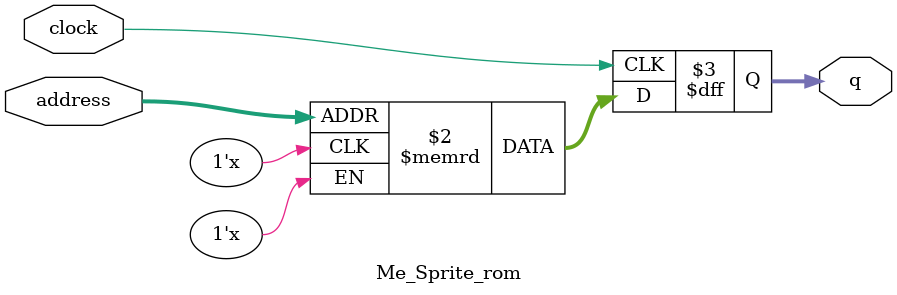
<source format=sv>
module Me_Sprite_rom (
	input logic clock,
	input logic [9:0] address,
	output logic [3:0] q
);

logic [3:0] memory [0:767] /* synthesis ram_init_file = "./Me_Sprite/Me_Sprite.mif" */;

always_ff @ (posedge clock) begin
	q <= memory[address];
end

endmodule

</source>
